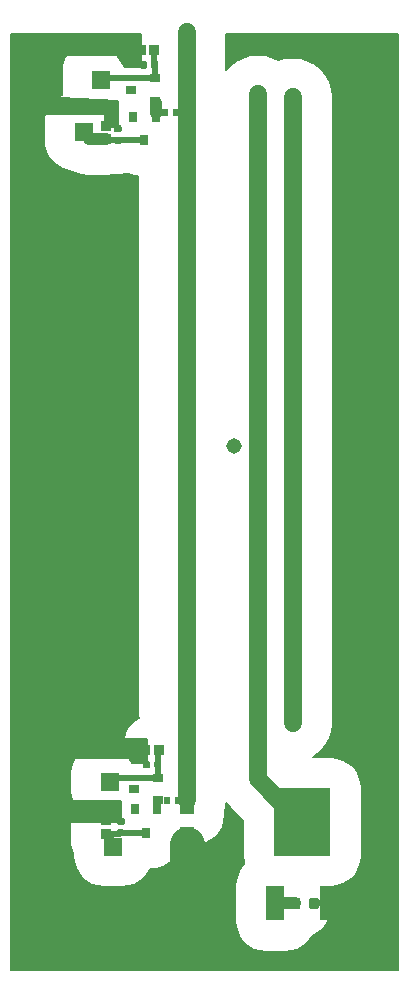
<source format=gbr>
G04 #@! TF.GenerationSoftware,KiCad,Pcbnew,5.1.5+dfsg1-2~bpo9+1*
G04 #@! TF.CreationDate,2020-07-24T13:04:41-04:00*
G04 #@! TF.ProjectId,eppenwolf_bottom,65707065-6e77-46f6-9c66-5f626f74746f,rev?*
G04 #@! TF.SameCoordinates,PX1d905c0PY138ce20*
G04 #@! TF.FileFunction,Copper,L1,Top*
G04 #@! TF.FilePolarity,Positive*
%FSLAX46Y46*%
G04 Gerber Fmt 4.6, Leading zero omitted, Abs format (unit mm)*
G04 Created by KiCad (PCBNEW 5.1.5+dfsg1-2~bpo9+1) date 2020-07-24 13:04:41*
%MOMM*%
%LPD*%
G04 APERTURE LIST*
%ADD10R,0.899160X0.848360*%
%ADD11R,0.848360X0.899160*%
%ADD12R,1.198880X0.797560*%
%ADD13R,4.826000X5.715000*%
%ADD14R,1.597660X2.999740*%
%ADD15R,1.500000X1.500000*%
%ADD16C,0.020000*%
%ADD17R,0.800000X0.900000*%
%ADD18R,0.900000X0.800000*%
%ADD19C,1.310000*%
%ADD20C,1.500000*%
%ADD21C,0.250000*%
%ADD22C,3.000000*%
%ADD23C,0.500000*%
%ADD24C,1.000000*%
%ADD25C,0.200000*%
G04 APERTURE END LIST*
D10*
X8150000Y-66720880D03*
X8150000Y-67879120D03*
D11*
X11470880Y-60750000D03*
X12629120Y-60750000D03*
D10*
X8150000Y-7900000D03*
X8150000Y-9058240D03*
D11*
X11070880Y-1499999D03*
X12229120Y-1499999D03*
D12*
X15000000Y-65850840D03*
X15000000Y-67649160D03*
D13*
X24778380Y-66853900D03*
D14*
X27056760Y-73750000D03*
X22500000Y-73750000D03*
D15*
X8750000Y-69000000D03*
X8500000Y-63500000D03*
X6250000Y-8400000D03*
X7750000Y-4000000D03*
G04 #@! TA.AperFunction,SMDPad,CuDef*
D16*
G36*
X14246958Y-6480710D02*
G01*
X14261276Y-6482834D01*
X14275317Y-6486351D01*
X14288946Y-6491228D01*
X14302031Y-6497417D01*
X14314447Y-6504858D01*
X14326073Y-6513481D01*
X14336798Y-6523202D01*
X14346519Y-6533927D01*
X14355142Y-6545553D01*
X14362583Y-6557969D01*
X14368772Y-6571054D01*
X14373649Y-6584683D01*
X14377166Y-6598724D01*
X14379290Y-6613042D01*
X14380000Y-6627500D01*
X14380000Y-6972500D01*
X14379290Y-6986958D01*
X14377166Y-7001276D01*
X14373649Y-7015317D01*
X14368772Y-7028946D01*
X14362583Y-7042031D01*
X14355142Y-7054447D01*
X14346519Y-7066073D01*
X14336798Y-7076798D01*
X14326073Y-7086519D01*
X14314447Y-7095142D01*
X14302031Y-7102583D01*
X14288946Y-7108772D01*
X14275317Y-7113649D01*
X14261276Y-7117166D01*
X14246958Y-7119290D01*
X14232500Y-7120000D01*
X13937500Y-7120000D01*
X13923042Y-7119290D01*
X13908724Y-7117166D01*
X13894683Y-7113649D01*
X13881054Y-7108772D01*
X13867969Y-7102583D01*
X13855553Y-7095142D01*
X13843927Y-7086519D01*
X13833202Y-7076798D01*
X13823481Y-7066073D01*
X13814858Y-7054447D01*
X13807417Y-7042031D01*
X13801228Y-7028946D01*
X13796351Y-7015317D01*
X13792834Y-7001276D01*
X13790710Y-6986958D01*
X13790000Y-6972500D01*
X13790000Y-6627500D01*
X13790710Y-6613042D01*
X13792834Y-6598724D01*
X13796351Y-6584683D01*
X13801228Y-6571054D01*
X13807417Y-6557969D01*
X13814858Y-6545553D01*
X13823481Y-6533927D01*
X13833202Y-6523202D01*
X13843927Y-6513481D01*
X13855553Y-6504858D01*
X13867969Y-6497417D01*
X13881054Y-6491228D01*
X13894683Y-6486351D01*
X13908724Y-6482834D01*
X13923042Y-6480710D01*
X13937500Y-6480000D01*
X14232500Y-6480000D01*
X14246958Y-6480710D01*
G37*
G04 #@! TD.AperFunction*
G04 #@! TA.AperFunction,SMDPad,CuDef*
G36*
X13276958Y-6480710D02*
G01*
X13291276Y-6482834D01*
X13305317Y-6486351D01*
X13318946Y-6491228D01*
X13332031Y-6497417D01*
X13344447Y-6504858D01*
X13356073Y-6513481D01*
X13366798Y-6523202D01*
X13376519Y-6533927D01*
X13385142Y-6545553D01*
X13392583Y-6557969D01*
X13398772Y-6571054D01*
X13403649Y-6584683D01*
X13407166Y-6598724D01*
X13409290Y-6613042D01*
X13410000Y-6627500D01*
X13410000Y-6972500D01*
X13409290Y-6986958D01*
X13407166Y-7001276D01*
X13403649Y-7015317D01*
X13398772Y-7028946D01*
X13392583Y-7042031D01*
X13385142Y-7054447D01*
X13376519Y-7066073D01*
X13366798Y-7076798D01*
X13356073Y-7086519D01*
X13344447Y-7095142D01*
X13332031Y-7102583D01*
X13318946Y-7108772D01*
X13305317Y-7113649D01*
X13291276Y-7117166D01*
X13276958Y-7119290D01*
X13262500Y-7120000D01*
X12967500Y-7120000D01*
X12953042Y-7119290D01*
X12938724Y-7117166D01*
X12924683Y-7113649D01*
X12911054Y-7108772D01*
X12897969Y-7102583D01*
X12885553Y-7095142D01*
X12873927Y-7086519D01*
X12863202Y-7076798D01*
X12853481Y-7066073D01*
X12844858Y-7054447D01*
X12837417Y-7042031D01*
X12831228Y-7028946D01*
X12826351Y-7015317D01*
X12822834Y-7001276D01*
X12820710Y-6986958D01*
X12820000Y-6972500D01*
X12820000Y-6627500D01*
X12820710Y-6613042D01*
X12822834Y-6598724D01*
X12826351Y-6584683D01*
X12831228Y-6571054D01*
X12837417Y-6557969D01*
X12844858Y-6545553D01*
X12853481Y-6533927D01*
X12863202Y-6523202D01*
X12873927Y-6513481D01*
X12885553Y-6504858D01*
X12897969Y-6497417D01*
X12911054Y-6491228D01*
X12924683Y-6486351D01*
X12938724Y-6482834D01*
X12953042Y-6480710D01*
X12967500Y-6480000D01*
X13262500Y-6480000D01*
X13276958Y-6480710D01*
G37*
G04 #@! TD.AperFunction*
G04 #@! TA.AperFunction,SMDPad,CuDef*
G36*
X9586958Y-67490710D02*
G01*
X9601276Y-67492834D01*
X9615317Y-67496351D01*
X9628946Y-67501228D01*
X9642031Y-67507417D01*
X9654447Y-67514858D01*
X9666073Y-67523481D01*
X9676798Y-67533202D01*
X9686519Y-67543927D01*
X9695142Y-67555553D01*
X9702583Y-67567969D01*
X9708772Y-67581054D01*
X9713649Y-67594683D01*
X9717166Y-67608724D01*
X9719290Y-67623042D01*
X9720000Y-67637500D01*
X9720000Y-67932500D01*
X9719290Y-67946958D01*
X9717166Y-67961276D01*
X9713649Y-67975317D01*
X9708772Y-67988946D01*
X9702583Y-68002031D01*
X9695142Y-68014447D01*
X9686519Y-68026073D01*
X9676798Y-68036798D01*
X9666073Y-68046519D01*
X9654447Y-68055142D01*
X9642031Y-68062583D01*
X9628946Y-68068772D01*
X9615317Y-68073649D01*
X9601276Y-68077166D01*
X9586958Y-68079290D01*
X9572500Y-68080000D01*
X9227500Y-68080000D01*
X9213042Y-68079290D01*
X9198724Y-68077166D01*
X9184683Y-68073649D01*
X9171054Y-68068772D01*
X9157969Y-68062583D01*
X9145553Y-68055142D01*
X9133927Y-68046519D01*
X9123202Y-68036798D01*
X9113481Y-68026073D01*
X9104858Y-68014447D01*
X9097417Y-68002031D01*
X9091228Y-67988946D01*
X9086351Y-67975317D01*
X9082834Y-67961276D01*
X9080710Y-67946958D01*
X9080000Y-67932500D01*
X9080000Y-67637500D01*
X9080710Y-67623042D01*
X9082834Y-67608724D01*
X9086351Y-67594683D01*
X9091228Y-67581054D01*
X9097417Y-67567969D01*
X9104858Y-67555553D01*
X9113481Y-67543927D01*
X9123202Y-67533202D01*
X9133927Y-67523481D01*
X9145553Y-67514858D01*
X9157969Y-67507417D01*
X9171054Y-67501228D01*
X9184683Y-67496351D01*
X9198724Y-67492834D01*
X9213042Y-67490710D01*
X9227500Y-67490000D01*
X9572500Y-67490000D01*
X9586958Y-67490710D01*
G37*
G04 #@! TD.AperFunction*
G04 #@! TA.AperFunction,SMDPad,CuDef*
G36*
X9586958Y-66520710D02*
G01*
X9601276Y-66522834D01*
X9615317Y-66526351D01*
X9628946Y-66531228D01*
X9642031Y-66537417D01*
X9654447Y-66544858D01*
X9666073Y-66553481D01*
X9676798Y-66563202D01*
X9686519Y-66573927D01*
X9695142Y-66585553D01*
X9702583Y-66597969D01*
X9708772Y-66611054D01*
X9713649Y-66624683D01*
X9717166Y-66638724D01*
X9719290Y-66653042D01*
X9720000Y-66667500D01*
X9720000Y-66962500D01*
X9719290Y-66976958D01*
X9717166Y-66991276D01*
X9713649Y-67005317D01*
X9708772Y-67018946D01*
X9702583Y-67032031D01*
X9695142Y-67044447D01*
X9686519Y-67056073D01*
X9676798Y-67066798D01*
X9666073Y-67076519D01*
X9654447Y-67085142D01*
X9642031Y-67092583D01*
X9628946Y-67098772D01*
X9615317Y-67103649D01*
X9601276Y-67107166D01*
X9586958Y-67109290D01*
X9572500Y-67110000D01*
X9227500Y-67110000D01*
X9213042Y-67109290D01*
X9198724Y-67107166D01*
X9184683Y-67103649D01*
X9171054Y-67098772D01*
X9157969Y-67092583D01*
X9145553Y-67085142D01*
X9133927Y-67076519D01*
X9123202Y-67066798D01*
X9113481Y-67056073D01*
X9104858Y-67044447D01*
X9097417Y-67032031D01*
X9091228Y-67018946D01*
X9086351Y-67005317D01*
X9082834Y-66991276D01*
X9080710Y-66976958D01*
X9080000Y-66962500D01*
X9080000Y-66667500D01*
X9080710Y-66653042D01*
X9082834Y-66638724D01*
X9086351Y-66624683D01*
X9091228Y-66611054D01*
X9097417Y-66597969D01*
X9104858Y-66585553D01*
X9113481Y-66573927D01*
X9123202Y-66563202D01*
X9133927Y-66553481D01*
X9145553Y-66544858D01*
X9157969Y-66537417D01*
X9171054Y-66531228D01*
X9184683Y-66526351D01*
X9198724Y-66522834D01*
X9213042Y-66520710D01*
X9227500Y-66520000D01*
X9572500Y-66520000D01*
X9586958Y-66520710D01*
G37*
G04 #@! TD.AperFunction*
G04 #@! TA.AperFunction,SMDPad,CuDef*
G36*
X12696959Y-61680710D02*
G01*
X12711277Y-61682834D01*
X12725318Y-61686351D01*
X12738947Y-61691228D01*
X12752032Y-61697417D01*
X12764448Y-61704858D01*
X12776074Y-61713481D01*
X12786799Y-61723202D01*
X12796520Y-61733927D01*
X12805143Y-61745553D01*
X12812584Y-61757969D01*
X12818773Y-61771054D01*
X12823650Y-61784683D01*
X12827167Y-61798724D01*
X12829291Y-61813042D01*
X12830001Y-61827500D01*
X12830001Y-62172500D01*
X12829291Y-62186958D01*
X12827167Y-62201276D01*
X12823650Y-62215317D01*
X12818773Y-62228946D01*
X12812584Y-62242031D01*
X12805143Y-62254447D01*
X12796520Y-62266073D01*
X12786799Y-62276798D01*
X12776074Y-62286519D01*
X12764448Y-62295142D01*
X12752032Y-62302583D01*
X12738947Y-62308772D01*
X12725318Y-62313649D01*
X12711277Y-62317166D01*
X12696959Y-62319290D01*
X12682501Y-62320000D01*
X12387501Y-62320000D01*
X12373043Y-62319290D01*
X12358725Y-62317166D01*
X12344684Y-62313649D01*
X12331055Y-62308772D01*
X12317970Y-62302583D01*
X12305554Y-62295142D01*
X12293928Y-62286519D01*
X12283203Y-62276798D01*
X12273482Y-62266073D01*
X12264859Y-62254447D01*
X12257418Y-62242031D01*
X12251229Y-62228946D01*
X12246352Y-62215317D01*
X12242835Y-62201276D01*
X12240711Y-62186958D01*
X12240001Y-62172500D01*
X12240001Y-61827500D01*
X12240711Y-61813042D01*
X12242835Y-61798724D01*
X12246352Y-61784683D01*
X12251229Y-61771054D01*
X12257418Y-61757969D01*
X12264859Y-61745553D01*
X12273482Y-61733927D01*
X12283203Y-61723202D01*
X12293928Y-61713481D01*
X12305554Y-61704858D01*
X12317970Y-61697417D01*
X12331055Y-61691228D01*
X12344684Y-61686351D01*
X12358725Y-61682834D01*
X12373043Y-61680710D01*
X12387501Y-61680000D01*
X12682501Y-61680000D01*
X12696959Y-61680710D01*
G37*
G04 #@! TD.AperFunction*
G04 #@! TA.AperFunction,SMDPad,CuDef*
G36*
X11726959Y-61680710D02*
G01*
X11741277Y-61682834D01*
X11755318Y-61686351D01*
X11768947Y-61691228D01*
X11782032Y-61697417D01*
X11794448Y-61704858D01*
X11806074Y-61713481D01*
X11816799Y-61723202D01*
X11826520Y-61733927D01*
X11835143Y-61745553D01*
X11842584Y-61757969D01*
X11848773Y-61771054D01*
X11853650Y-61784683D01*
X11857167Y-61798724D01*
X11859291Y-61813042D01*
X11860001Y-61827500D01*
X11860001Y-62172500D01*
X11859291Y-62186958D01*
X11857167Y-62201276D01*
X11853650Y-62215317D01*
X11848773Y-62228946D01*
X11842584Y-62242031D01*
X11835143Y-62254447D01*
X11826520Y-62266073D01*
X11816799Y-62276798D01*
X11806074Y-62286519D01*
X11794448Y-62295142D01*
X11782032Y-62302583D01*
X11768947Y-62308772D01*
X11755318Y-62313649D01*
X11741277Y-62317166D01*
X11726959Y-62319290D01*
X11712501Y-62320000D01*
X11417501Y-62320000D01*
X11403043Y-62319290D01*
X11388725Y-62317166D01*
X11374684Y-62313649D01*
X11361055Y-62308772D01*
X11347970Y-62302583D01*
X11335554Y-62295142D01*
X11323928Y-62286519D01*
X11313203Y-62276798D01*
X11303482Y-62266073D01*
X11294859Y-62254447D01*
X11287418Y-62242031D01*
X11281229Y-62228946D01*
X11276352Y-62215317D01*
X11272835Y-62201276D01*
X11270711Y-62186958D01*
X11270001Y-62172500D01*
X11270001Y-61827500D01*
X11270711Y-61813042D01*
X11272835Y-61798724D01*
X11276352Y-61784683D01*
X11281229Y-61771054D01*
X11287418Y-61757969D01*
X11294859Y-61745553D01*
X11303482Y-61733927D01*
X11313203Y-61723202D01*
X11323928Y-61713481D01*
X11335554Y-61704858D01*
X11347970Y-61697417D01*
X11361055Y-61691228D01*
X11374684Y-61686351D01*
X11388725Y-61682834D01*
X11403043Y-61680710D01*
X11417501Y-61680000D01*
X11712501Y-61680000D01*
X11726959Y-61680710D01*
G37*
G04 #@! TD.AperFunction*
G04 #@! TA.AperFunction,SMDPad,CuDef*
G36*
X9336957Y-8840710D02*
G01*
X9351275Y-8842834D01*
X9365316Y-8846351D01*
X9378945Y-8851228D01*
X9392030Y-8857417D01*
X9404446Y-8864858D01*
X9416072Y-8873481D01*
X9426797Y-8883202D01*
X9436518Y-8893927D01*
X9445141Y-8905553D01*
X9452582Y-8917969D01*
X9458771Y-8931054D01*
X9463648Y-8944683D01*
X9467165Y-8958724D01*
X9469289Y-8973042D01*
X9469999Y-8987500D01*
X9469999Y-9282500D01*
X9469289Y-9296958D01*
X9467165Y-9311276D01*
X9463648Y-9325317D01*
X9458771Y-9338946D01*
X9452582Y-9352031D01*
X9445141Y-9364447D01*
X9436518Y-9376073D01*
X9426797Y-9386798D01*
X9416072Y-9396519D01*
X9404446Y-9405142D01*
X9392030Y-9412583D01*
X9378945Y-9418772D01*
X9365316Y-9423649D01*
X9351275Y-9427166D01*
X9336957Y-9429290D01*
X9322499Y-9430000D01*
X8977499Y-9430000D01*
X8963041Y-9429290D01*
X8948723Y-9427166D01*
X8934682Y-9423649D01*
X8921053Y-9418772D01*
X8907968Y-9412583D01*
X8895552Y-9405142D01*
X8883926Y-9396519D01*
X8873201Y-9386798D01*
X8863480Y-9376073D01*
X8854857Y-9364447D01*
X8847416Y-9352031D01*
X8841227Y-9338946D01*
X8836350Y-9325317D01*
X8832833Y-9311276D01*
X8830709Y-9296958D01*
X8829999Y-9282500D01*
X8829999Y-8987500D01*
X8830709Y-8973042D01*
X8832833Y-8958724D01*
X8836350Y-8944683D01*
X8841227Y-8931054D01*
X8847416Y-8917969D01*
X8854857Y-8905553D01*
X8863480Y-8893927D01*
X8873201Y-8883202D01*
X8883926Y-8873481D01*
X8895552Y-8864858D01*
X8907968Y-8857417D01*
X8921053Y-8851228D01*
X8934682Y-8846351D01*
X8948723Y-8842834D01*
X8963041Y-8840710D01*
X8977499Y-8840000D01*
X9322499Y-8840000D01*
X9336957Y-8840710D01*
G37*
G04 #@! TD.AperFunction*
G04 #@! TA.AperFunction,SMDPad,CuDef*
G36*
X9336957Y-7870710D02*
G01*
X9351275Y-7872834D01*
X9365316Y-7876351D01*
X9378945Y-7881228D01*
X9392030Y-7887417D01*
X9404446Y-7894858D01*
X9416072Y-7903481D01*
X9426797Y-7913202D01*
X9436518Y-7923927D01*
X9445141Y-7935553D01*
X9452582Y-7947969D01*
X9458771Y-7961054D01*
X9463648Y-7974683D01*
X9467165Y-7988724D01*
X9469289Y-8003042D01*
X9469999Y-8017500D01*
X9469999Y-8312500D01*
X9469289Y-8326958D01*
X9467165Y-8341276D01*
X9463648Y-8355317D01*
X9458771Y-8368946D01*
X9452582Y-8382031D01*
X9445141Y-8394447D01*
X9436518Y-8406073D01*
X9426797Y-8416798D01*
X9416072Y-8426519D01*
X9404446Y-8435142D01*
X9392030Y-8442583D01*
X9378945Y-8448772D01*
X9365316Y-8453649D01*
X9351275Y-8457166D01*
X9336957Y-8459290D01*
X9322499Y-8460000D01*
X8977499Y-8460000D01*
X8963041Y-8459290D01*
X8948723Y-8457166D01*
X8934682Y-8453649D01*
X8921053Y-8448772D01*
X8907968Y-8442583D01*
X8895552Y-8435142D01*
X8883926Y-8426519D01*
X8873201Y-8416798D01*
X8863480Y-8406073D01*
X8854857Y-8394447D01*
X8847416Y-8382031D01*
X8841227Y-8368946D01*
X8836350Y-8355317D01*
X8832833Y-8341276D01*
X8830709Y-8326958D01*
X8829999Y-8312500D01*
X8829999Y-8017500D01*
X8830709Y-8003042D01*
X8832833Y-7988724D01*
X8836350Y-7974683D01*
X8841227Y-7961054D01*
X8847416Y-7947969D01*
X8854857Y-7935553D01*
X8863480Y-7923927D01*
X8873201Y-7913202D01*
X8883926Y-7903481D01*
X8895552Y-7894858D01*
X8907968Y-7887417D01*
X8921053Y-7881228D01*
X8934682Y-7876351D01*
X8948723Y-7872834D01*
X8963041Y-7870710D01*
X8977499Y-7870000D01*
X9322499Y-7870000D01*
X9336957Y-7870710D01*
G37*
G04 #@! TD.AperFunction*
G04 #@! TA.AperFunction,SMDPad,CuDef*
G36*
X12446958Y-2430710D02*
G01*
X12461276Y-2432834D01*
X12475317Y-2436351D01*
X12488946Y-2441228D01*
X12502031Y-2447417D01*
X12514447Y-2454858D01*
X12526073Y-2463481D01*
X12536798Y-2473202D01*
X12546519Y-2483927D01*
X12555142Y-2495553D01*
X12562583Y-2507969D01*
X12568772Y-2521054D01*
X12573649Y-2534683D01*
X12577166Y-2548724D01*
X12579290Y-2563042D01*
X12580000Y-2577500D01*
X12580000Y-2922500D01*
X12579290Y-2936958D01*
X12577166Y-2951276D01*
X12573649Y-2965317D01*
X12568772Y-2978946D01*
X12562583Y-2992031D01*
X12555142Y-3004447D01*
X12546519Y-3016073D01*
X12536798Y-3026798D01*
X12526073Y-3036519D01*
X12514447Y-3045142D01*
X12502031Y-3052583D01*
X12488946Y-3058772D01*
X12475317Y-3063649D01*
X12461276Y-3067166D01*
X12446958Y-3069290D01*
X12432500Y-3070000D01*
X12137500Y-3070000D01*
X12123042Y-3069290D01*
X12108724Y-3067166D01*
X12094683Y-3063649D01*
X12081054Y-3058772D01*
X12067969Y-3052583D01*
X12055553Y-3045142D01*
X12043927Y-3036519D01*
X12033202Y-3026798D01*
X12023481Y-3016073D01*
X12014858Y-3004447D01*
X12007417Y-2992031D01*
X12001228Y-2978946D01*
X11996351Y-2965317D01*
X11992834Y-2951276D01*
X11990710Y-2936958D01*
X11990000Y-2922500D01*
X11990000Y-2577500D01*
X11990710Y-2563042D01*
X11992834Y-2548724D01*
X11996351Y-2534683D01*
X12001228Y-2521054D01*
X12007417Y-2507969D01*
X12014858Y-2495553D01*
X12023481Y-2483927D01*
X12033202Y-2473202D01*
X12043927Y-2463481D01*
X12055553Y-2454858D01*
X12067969Y-2447417D01*
X12081054Y-2441228D01*
X12094683Y-2436351D01*
X12108724Y-2432834D01*
X12123042Y-2430710D01*
X12137500Y-2430000D01*
X12432500Y-2430000D01*
X12446958Y-2430710D01*
G37*
G04 #@! TD.AperFunction*
G04 #@! TA.AperFunction,SMDPad,CuDef*
G36*
X11476958Y-2430710D02*
G01*
X11491276Y-2432834D01*
X11505317Y-2436351D01*
X11518946Y-2441228D01*
X11532031Y-2447417D01*
X11544447Y-2454858D01*
X11556073Y-2463481D01*
X11566798Y-2473202D01*
X11576519Y-2483927D01*
X11585142Y-2495553D01*
X11592583Y-2507969D01*
X11598772Y-2521054D01*
X11603649Y-2534683D01*
X11607166Y-2548724D01*
X11609290Y-2563042D01*
X11610000Y-2577500D01*
X11610000Y-2922500D01*
X11609290Y-2936958D01*
X11607166Y-2951276D01*
X11603649Y-2965317D01*
X11598772Y-2978946D01*
X11592583Y-2992031D01*
X11585142Y-3004447D01*
X11576519Y-3016073D01*
X11566798Y-3026798D01*
X11556073Y-3036519D01*
X11544447Y-3045142D01*
X11532031Y-3052583D01*
X11518946Y-3058772D01*
X11505317Y-3063649D01*
X11491276Y-3067166D01*
X11476958Y-3069290D01*
X11462500Y-3070000D01*
X11167500Y-3070000D01*
X11153042Y-3069290D01*
X11138724Y-3067166D01*
X11124683Y-3063649D01*
X11111054Y-3058772D01*
X11097969Y-3052583D01*
X11085553Y-3045142D01*
X11073927Y-3036519D01*
X11063202Y-3026798D01*
X11053481Y-3016073D01*
X11044858Y-3004447D01*
X11037417Y-2992031D01*
X11031228Y-2978946D01*
X11026351Y-2965317D01*
X11022834Y-2951276D01*
X11020710Y-2936958D01*
X11020000Y-2922500D01*
X11020000Y-2577500D01*
X11020710Y-2563042D01*
X11022834Y-2548724D01*
X11026351Y-2534683D01*
X11031228Y-2521054D01*
X11037417Y-2507969D01*
X11044858Y-2495553D01*
X11053481Y-2483927D01*
X11063202Y-2473202D01*
X11073927Y-2463481D01*
X11085553Y-2454858D01*
X11097969Y-2447417D01*
X11111054Y-2441228D01*
X11124683Y-2436351D01*
X11138724Y-2432834D01*
X11153042Y-2430710D01*
X11167500Y-2430000D01*
X11462500Y-2430000D01*
X11476958Y-2430710D01*
G37*
G04 #@! TD.AperFunction*
G04 #@! TA.AperFunction,SMDPad,CuDef*
G36*
X13476958Y-64730710D02*
G01*
X13491276Y-64732834D01*
X13505317Y-64736351D01*
X13518946Y-64741228D01*
X13532031Y-64747417D01*
X13544447Y-64754858D01*
X13556073Y-64763481D01*
X13566798Y-64773202D01*
X13576519Y-64783927D01*
X13585142Y-64795553D01*
X13592583Y-64807969D01*
X13598772Y-64821054D01*
X13603649Y-64834683D01*
X13607166Y-64848724D01*
X13609290Y-64863042D01*
X13610000Y-64877500D01*
X13610000Y-65222500D01*
X13609290Y-65236958D01*
X13607166Y-65251276D01*
X13603649Y-65265317D01*
X13598772Y-65278946D01*
X13592583Y-65292031D01*
X13585142Y-65304447D01*
X13576519Y-65316073D01*
X13566798Y-65326798D01*
X13556073Y-65336519D01*
X13544447Y-65345142D01*
X13532031Y-65352583D01*
X13518946Y-65358772D01*
X13505317Y-65363649D01*
X13491276Y-65367166D01*
X13476958Y-65369290D01*
X13462500Y-65370000D01*
X13167500Y-65370000D01*
X13153042Y-65369290D01*
X13138724Y-65367166D01*
X13124683Y-65363649D01*
X13111054Y-65358772D01*
X13097969Y-65352583D01*
X13085553Y-65345142D01*
X13073927Y-65336519D01*
X13063202Y-65326798D01*
X13053481Y-65316073D01*
X13044858Y-65304447D01*
X13037417Y-65292031D01*
X13031228Y-65278946D01*
X13026351Y-65265317D01*
X13022834Y-65251276D01*
X13020710Y-65236958D01*
X13020000Y-65222500D01*
X13020000Y-64877500D01*
X13020710Y-64863042D01*
X13022834Y-64848724D01*
X13026351Y-64834683D01*
X13031228Y-64821054D01*
X13037417Y-64807969D01*
X13044858Y-64795553D01*
X13053481Y-64783927D01*
X13063202Y-64773202D01*
X13073927Y-64763481D01*
X13085553Y-64754858D01*
X13097969Y-64747417D01*
X13111054Y-64741228D01*
X13124683Y-64736351D01*
X13138724Y-64732834D01*
X13153042Y-64730710D01*
X13167500Y-64730000D01*
X13462500Y-64730000D01*
X13476958Y-64730710D01*
G37*
G04 #@! TD.AperFunction*
G04 #@! TA.AperFunction,SMDPad,CuDef*
G36*
X14446958Y-64730710D02*
G01*
X14461276Y-64732834D01*
X14475317Y-64736351D01*
X14488946Y-64741228D01*
X14502031Y-64747417D01*
X14514447Y-64754858D01*
X14526073Y-64763481D01*
X14536798Y-64773202D01*
X14546519Y-64783927D01*
X14555142Y-64795553D01*
X14562583Y-64807969D01*
X14568772Y-64821054D01*
X14573649Y-64834683D01*
X14577166Y-64848724D01*
X14579290Y-64863042D01*
X14580000Y-64877500D01*
X14580000Y-65222500D01*
X14579290Y-65236958D01*
X14577166Y-65251276D01*
X14573649Y-65265317D01*
X14568772Y-65278946D01*
X14562583Y-65292031D01*
X14555142Y-65304447D01*
X14546519Y-65316073D01*
X14536798Y-65326798D01*
X14526073Y-65336519D01*
X14514447Y-65345142D01*
X14502031Y-65352583D01*
X14488946Y-65358772D01*
X14475317Y-65363649D01*
X14461276Y-65367166D01*
X14446958Y-65369290D01*
X14432500Y-65370000D01*
X14137500Y-65370000D01*
X14123042Y-65369290D01*
X14108724Y-65367166D01*
X14094683Y-65363649D01*
X14081054Y-65358772D01*
X14067969Y-65352583D01*
X14055553Y-65345142D01*
X14043927Y-65336519D01*
X14033202Y-65326798D01*
X14023481Y-65316073D01*
X14014858Y-65304447D01*
X14007417Y-65292031D01*
X14001228Y-65278946D01*
X13996351Y-65265317D01*
X13992834Y-65251276D01*
X13990710Y-65236958D01*
X13990000Y-65222500D01*
X13990000Y-64877500D01*
X13990710Y-64863042D01*
X13992834Y-64848724D01*
X13996351Y-64834683D01*
X14001228Y-64821054D01*
X14007417Y-64807969D01*
X14014858Y-64795553D01*
X14023481Y-64783927D01*
X14033202Y-64773202D01*
X14043927Y-64763481D01*
X14055553Y-64754858D01*
X14067969Y-64747417D01*
X14081054Y-64741228D01*
X14094683Y-64736351D01*
X14108724Y-64732834D01*
X14123042Y-64730710D01*
X14137500Y-64730000D01*
X14432500Y-64730000D01*
X14446958Y-64730710D01*
G37*
G04 #@! TD.AperFunction*
D17*
X11550000Y-67800000D03*
X10600000Y-65800000D03*
X12500000Y-65800000D03*
G04 #@! TA.AperFunction,SMDPad,CuDef*
D16*
G36*
X24415191Y-73276053D02*
G01*
X24436426Y-73279203D01*
X24457250Y-73284419D01*
X24477462Y-73291651D01*
X24496868Y-73300830D01*
X24515281Y-73311866D01*
X24532524Y-73324654D01*
X24548430Y-73339070D01*
X24562846Y-73354976D01*
X24575634Y-73372219D01*
X24586670Y-73390632D01*
X24595849Y-73410038D01*
X24603081Y-73430250D01*
X24608297Y-73451074D01*
X24611447Y-73472309D01*
X24612500Y-73493750D01*
X24612500Y-74006250D01*
X24611447Y-74027691D01*
X24608297Y-74048926D01*
X24603081Y-74069750D01*
X24595849Y-74089962D01*
X24586670Y-74109368D01*
X24575634Y-74127781D01*
X24562846Y-74145024D01*
X24548430Y-74160930D01*
X24532524Y-74175346D01*
X24515281Y-74188134D01*
X24496868Y-74199170D01*
X24477462Y-74208349D01*
X24457250Y-74215581D01*
X24436426Y-74220797D01*
X24415191Y-74223947D01*
X24393750Y-74225000D01*
X23956250Y-74225000D01*
X23934809Y-74223947D01*
X23913574Y-74220797D01*
X23892750Y-74215581D01*
X23872538Y-74208349D01*
X23853132Y-74199170D01*
X23834719Y-74188134D01*
X23817476Y-74175346D01*
X23801570Y-74160930D01*
X23787154Y-74145024D01*
X23774366Y-74127781D01*
X23763330Y-74109368D01*
X23754151Y-74089962D01*
X23746919Y-74069750D01*
X23741703Y-74048926D01*
X23738553Y-74027691D01*
X23737500Y-74006250D01*
X23737500Y-73493750D01*
X23738553Y-73472309D01*
X23741703Y-73451074D01*
X23746919Y-73430250D01*
X23754151Y-73410038D01*
X23763330Y-73390632D01*
X23774366Y-73372219D01*
X23787154Y-73354976D01*
X23801570Y-73339070D01*
X23817476Y-73324654D01*
X23834719Y-73311866D01*
X23853132Y-73300830D01*
X23872538Y-73291651D01*
X23892750Y-73284419D01*
X23913574Y-73279203D01*
X23934809Y-73276053D01*
X23956250Y-73275000D01*
X24393750Y-73275000D01*
X24415191Y-73276053D01*
G37*
G04 #@! TD.AperFunction*
G04 #@! TA.AperFunction,SMDPad,CuDef*
G36*
X25990191Y-73276053D02*
G01*
X26011426Y-73279203D01*
X26032250Y-73284419D01*
X26052462Y-73291651D01*
X26071868Y-73300830D01*
X26090281Y-73311866D01*
X26107524Y-73324654D01*
X26123430Y-73339070D01*
X26137846Y-73354976D01*
X26150634Y-73372219D01*
X26161670Y-73390632D01*
X26170849Y-73410038D01*
X26178081Y-73430250D01*
X26183297Y-73451074D01*
X26186447Y-73472309D01*
X26187500Y-73493750D01*
X26187500Y-74006250D01*
X26186447Y-74027691D01*
X26183297Y-74048926D01*
X26178081Y-74069750D01*
X26170849Y-74089962D01*
X26161670Y-74109368D01*
X26150634Y-74127781D01*
X26137846Y-74145024D01*
X26123430Y-74160930D01*
X26107524Y-74175346D01*
X26090281Y-74188134D01*
X26071868Y-74199170D01*
X26052462Y-74208349D01*
X26032250Y-74215581D01*
X26011426Y-74220797D01*
X25990191Y-74223947D01*
X25968750Y-74225000D01*
X25531250Y-74225000D01*
X25509809Y-74223947D01*
X25488574Y-74220797D01*
X25467750Y-74215581D01*
X25447538Y-74208349D01*
X25428132Y-74199170D01*
X25409719Y-74188134D01*
X25392476Y-74175346D01*
X25376570Y-74160930D01*
X25362154Y-74145024D01*
X25349366Y-74127781D01*
X25338330Y-74109368D01*
X25329151Y-74089962D01*
X25321919Y-74069750D01*
X25316703Y-74048926D01*
X25313553Y-74027691D01*
X25312500Y-74006250D01*
X25312500Y-73493750D01*
X25313553Y-73472309D01*
X25316703Y-73451074D01*
X25321919Y-73430250D01*
X25329151Y-73410038D01*
X25338330Y-73390632D01*
X25349366Y-73372219D01*
X25362154Y-73354976D01*
X25376570Y-73339070D01*
X25392476Y-73324654D01*
X25409719Y-73311866D01*
X25428132Y-73300830D01*
X25447538Y-73291651D01*
X25467750Y-73284419D01*
X25488574Y-73279203D01*
X25509809Y-73276053D01*
X25531250Y-73275000D01*
X25968750Y-73275000D01*
X25990191Y-73276053D01*
G37*
G04 #@! TD.AperFunction*
D18*
X10550000Y-64050000D03*
X12550000Y-63100000D03*
X12550000Y-65000000D03*
D17*
X11400000Y-9150000D03*
X10450000Y-7150000D03*
X12350000Y-7150000D03*
D18*
X10300000Y-4850000D03*
X12300000Y-3900000D03*
X12300000Y-5800000D03*
D19*
X19000000Y-35000000D03*
D20*
X24000000Y-5500000D02*
X24000000Y-58500000D01*
D21*
X29000000Y-55000000D02*
X29000000Y-46000000D01*
X8150000Y-66720880D02*
X7450420Y-66720880D01*
X4000000Y-70171300D02*
X4000000Y-71000000D01*
D22*
X15000001Y-68750000D02*
X15000000Y-75600840D01*
D23*
X25750000Y-73750000D02*
X27056760Y-73750000D01*
X25750000Y-73750000D02*
X30250000Y-73750000D01*
D24*
X22500000Y-73750000D02*
X24175000Y-73750000D01*
D21*
X12200000Y-4000000D02*
X12300000Y-3900000D01*
X7850000Y-3900000D02*
X7750000Y-4000000D01*
D23*
X12300000Y-3900000D02*
X7850000Y-3900000D01*
X12300000Y-2765000D02*
X12285000Y-2750000D01*
X12300000Y-3900000D02*
X12300000Y-2765000D01*
X12229120Y-2694120D02*
X12285000Y-2750000D01*
X12229120Y-1500000D02*
X12229120Y-2694120D01*
D21*
X6691760Y-9058240D02*
X6500000Y-9249999D01*
D24*
X8150000Y-9058240D02*
X6691760Y-9058240D01*
D23*
X9164999Y-9150000D02*
X9149999Y-9135000D01*
X11400000Y-9150000D02*
X9164999Y-9150000D01*
X8226760Y-9135000D02*
X8150000Y-9058240D01*
X9149999Y-9135000D02*
X8226760Y-9135000D01*
D21*
X8900000Y-63100000D02*
X8500000Y-63500000D01*
D23*
X12550000Y-63100001D02*
X8900000Y-63100000D01*
X12550000Y-62015000D02*
X12535000Y-62000001D01*
X12550000Y-63100001D02*
X12550000Y-62015000D01*
X12535000Y-60844120D02*
X12629120Y-60750000D01*
X12535000Y-62000001D02*
X12535000Y-60844120D01*
X8750000Y-68479120D02*
X8150000Y-67879120D01*
X8750000Y-69000000D02*
X8750000Y-68479120D01*
X9305880Y-67879120D02*
X9400000Y-67785000D01*
X8150000Y-67879120D02*
X9305880Y-67879120D01*
X9415000Y-67800000D02*
X9400000Y-67785000D01*
X11550000Y-67800000D02*
X9415000Y-67800000D01*
D20*
X15000000Y-65000000D02*
X15000000Y0D01*
D21*
X12350000Y-6014214D02*
X12607107Y-5757107D01*
D24*
X12350000Y-6800000D02*
X12350000Y-6014214D01*
D23*
X13115000Y-6800000D02*
X12350000Y-6800000D01*
D20*
X21000000Y-63250000D02*
X24603900Y-66853900D01*
X24603900Y-66853900D02*
X24778380Y-66853900D01*
X21000000Y-5250000D02*
X21000000Y-63250000D01*
D25*
G36*
X9242560Y-540730D02*
G01*
X9221757Y-751950D01*
X9009689Y-687620D01*
X8500000Y-637420D01*
X7000000Y-637420D01*
X6490311Y-687620D01*
X6000209Y-836291D01*
X5548528Y-1077719D01*
X5152627Y-1402627D01*
X4827719Y-1798528D01*
X4586291Y-2250209D01*
X4437620Y-2740311D01*
X4387420Y-3250000D01*
X4387420Y-4750000D01*
X4437620Y-5259689D01*
X4440245Y-5268342D01*
X4048528Y-5477719D01*
X3652627Y-5802627D01*
X3327719Y-6198528D01*
X3086291Y-6650209D01*
X2937620Y-7140311D01*
X2887420Y-7650000D01*
X2887420Y-9150000D01*
X2937620Y-9659689D01*
X3086291Y-10149791D01*
X3327719Y-10601472D01*
X3652627Y-10997373D01*
X4048528Y-11322281D01*
X4500209Y-11563709D01*
X4990311Y-11712380D01*
X5101615Y-11723343D01*
X5499701Y-11936124D01*
X6084054Y-12113385D01*
X6539473Y-12158240D01*
X8302287Y-12158240D01*
X8757706Y-12113385D01*
X8923478Y-12063099D01*
X9109269Y-12044800D01*
X9116587Y-12042580D01*
X9322499Y-12042580D01*
X9860964Y-11989546D01*
X9920956Y-11971348D01*
X10000209Y-12013709D01*
X10490311Y-12162380D01*
X10900000Y-12202731D01*
X10900000Y-57999999D01*
X10901921Y-58019508D01*
X10907612Y-58038267D01*
X10910722Y-58044085D01*
X10753468Y-58128139D01*
X10357567Y-58453047D01*
X10032659Y-58848948D01*
X9791231Y-59300629D01*
X9642560Y-59790731D01*
X9604971Y-60172382D01*
X9250000Y-60137420D01*
X7750000Y-60137420D01*
X7240311Y-60187620D01*
X6750209Y-60336291D01*
X6298528Y-60577719D01*
X5902627Y-60902627D01*
X5577719Y-61298528D01*
X5336291Y-61750209D01*
X5187620Y-62240311D01*
X5137420Y-62750000D01*
X5137420Y-64250000D01*
X5187620Y-64759689D01*
X5336291Y-65249791D01*
X5577719Y-65701472D01*
X5676850Y-65822263D01*
X5528139Y-66003468D01*
X5286711Y-66455149D01*
X5138040Y-66945251D01*
X5087840Y-67454940D01*
X5087840Y-68303300D01*
X5138040Y-68812989D01*
X5286711Y-69303091D01*
X5387420Y-69491505D01*
X5387420Y-69750000D01*
X5437620Y-70259689D01*
X5586291Y-70749791D01*
X5827719Y-71201472D01*
X6152627Y-71597373D01*
X6548528Y-71922281D01*
X7000209Y-72163709D01*
X7490311Y-72312380D01*
X8000000Y-72362580D01*
X9500000Y-72362580D01*
X10009689Y-72312380D01*
X10499791Y-72163709D01*
X10951472Y-71922281D01*
X11347373Y-71597373D01*
X11672281Y-71201472D01*
X11853422Y-70862580D01*
X11950000Y-70862580D01*
X12459689Y-70812380D01*
X12949791Y-70663709D01*
X13401472Y-70422281D01*
X13797373Y-70097373D01*
X14122281Y-69701472D01*
X14363709Y-69249791D01*
X14481284Y-68862200D01*
X15599440Y-68862200D01*
X16109129Y-68812000D01*
X16599231Y-68663329D01*
X17050912Y-68421901D01*
X17446813Y-68096993D01*
X17771721Y-67701092D01*
X18013149Y-67249411D01*
X18161820Y-66759309D01*
X18212020Y-66249620D01*
X18212020Y-65951784D01*
X18301528Y-65656715D01*
X18337950Y-65286917D01*
X18619732Y-65630269D01*
X18747564Y-65735178D01*
X19752800Y-66740414D01*
X19752800Y-69711400D01*
X19803000Y-70221089D01*
X19857249Y-70399924D01*
X19853797Y-70402757D01*
X19528889Y-70798658D01*
X19287461Y-71250339D01*
X19138790Y-71740441D01*
X19088590Y-72250130D01*
X19088590Y-75249870D01*
X19138790Y-75759559D01*
X19287461Y-76249661D01*
X19528889Y-76701342D01*
X19853797Y-77097243D01*
X20249698Y-77422151D01*
X20701379Y-77663579D01*
X21191481Y-77812250D01*
X21701170Y-77862450D01*
X23298830Y-77862450D01*
X23808519Y-77812250D01*
X24298621Y-77663579D01*
X24750302Y-77422151D01*
X25146203Y-77097243D01*
X25471111Y-76701342D01*
X25527983Y-76594942D01*
X25966753Y-76360415D01*
X26395803Y-76008303D01*
X26747915Y-75579253D01*
X27009558Y-75089753D01*
X27170677Y-74558615D01*
X27171387Y-74551406D01*
X27230145Y-74357706D01*
X27289999Y-73750000D01*
X27230145Y-73142294D01*
X27171387Y-72948594D01*
X27170677Y-72941385D01*
X27009558Y-72410247D01*
X26963447Y-72323980D01*
X27191380Y-72323980D01*
X27701069Y-72273780D01*
X28191171Y-72125109D01*
X28642852Y-71883681D01*
X29038753Y-71558773D01*
X29363661Y-71162872D01*
X29605089Y-70711191D01*
X29753760Y-70221089D01*
X29803960Y-69711400D01*
X29803960Y-63996400D01*
X29753760Y-63486711D01*
X29605089Y-62996609D01*
X29363661Y-62544928D01*
X29038753Y-62149027D01*
X28642852Y-61824119D01*
X28191171Y-61582691D01*
X27701069Y-61434020D01*
X27191380Y-61383820D01*
X25711292Y-61383820D01*
X25870166Y-61298900D01*
X26380269Y-60880269D01*
X26798900Y-60370166D01*
X27109972Y-59788192D01*
X27301528Y-59156715D01*
X27350000Y-58664572D01*
X27350000Y-5335428D01*
X27301528Y-4843285D01*
X27109972Y-4211808D01*
X26798900Y-3629834D01*
X26380269Y-3119731D01*
X25870165Y-2701100D01*
X25288191Y-2390028D01*
X24656714Y-2198472D01*
X24000000Y-2133791D01*
X23343285Y-2198472D01*
X22739941Y-2381494D01*
X22288191Y-2140028D01*
X21656714Y-1948472D01*
X21000000Y-1883791D01*
X20343285Y-1948472D01*
X19711808Y-2140028D01*
X19129834Y-2451100D01*
X18619731Y-2869731D01*
X18350000Y-3198400D01*
X18350000Y-100000D01*
X32900000Y-100000D01*
X32900000Y-79400000D01*
X100000Y-79400000D01*
X100000Y-100000D01*
X9376254Y-100000D01*
X9242560Y-540730D01*
G37*
X9242560Y-540730D02*
X9221757Y-751950D01*
X9009689Y-687620D01*
X8500000Y-637420D01*
X7000000Y-637420D01*
X6490311Y-687620D01*
X6000209Y-836291D01*
X5548528Y-1077719D01*
X5152627Y-1402627D01*
X4827719Y-1798528D01*
X4586291Y-2250209D01*
X4437620Y-2740311D01*
X4387420Y-3250000D01*
X4387420Y-4750000D01*
X4437620Y-5259689D01*
X4440245Y-5268342D01*
X4048528Y-5477719D01*
X3652627Y-5802627D01*
X3327719Y-6198528D01*
X3086291Y-6650209D01*
X2937620Y-7140311D01*
X2887420Y-7650000D01*
X2887420Y-9150000D01*
X2937620Y-9659689D01*
X3086291Y-10149791D01*
X3327719Y-10601472D01*
X3652627Y-10997373D01*
X4048528Y-11322281D01*
X4500209Y-11563709D01*
X4990311Y-11712380D01*
X5101615Y-11723343D01*
X5499701Y-11936124D01*
X6084054Y-12113385D01*
X6539473Y-12158240D01*
X8302287Y-12158240D01*
X8757706Y-12113385D01*
X8923478Y-12063099D01*
X9109269Y-12044800D01*
X9116587Y-12042580D01*
X9322499Y-12042580D01*
X9860964Y-11989546D01*
X9920956Y-11971348D01*
X10000209Y-12013709D01*
X10490311Y-12162380D01*
X10900000Y-12202731D01*
X10900000Y-57999999D01*
X10901921Y-58019508D01*
X10907612Y-58038267D01*
X10910722Y-58044085D01*
X10753468Y-58128139D01*
X10357567Y-58453047D01*
X10032659Y-58848948D01*
X9791231Y-59300629D01*
X9642560Y-59790731D01*
X9604971Y-60172382D01*
X9250000Y-60137420D01*
X7750000Y-60137420D01*
X7240311Y-60187620D01*
X6750209Y-60336291D01*
X6298528Y-60577719D01*
X5902627Y-60902627D01*
X5577719Y-61298528D01*
X5336291Y-61750209D01*
X5187620Y-62240311D01*
X5137420Y-62750000D01*
X5137420Y-64250000D01*
X5187620Y-64759689D01*
X5336291Y-65249791D01*
X5577719Y-65701472D01*
X5676850Y-65822263D01*
X5528139Y-66003468D01*
X5286711Y-66455149D01*
X5138040Y-66945251D01*
X5087840Y-67454940D01*
X5087840Y-68303300D01*
X5138040Y-68812989D01*
X5286711Y-69303091D01*
X5387420Y-69491505D01*
X5387420Y-69750000D01*
X5437620Y-70259689D01*
X5586291Y-70749791D01*
X5827719Y-71201472D01*
X6152627Y-71597373D01*
X6548528Y-71922281D01*
X7000209Y-72163709D01*
X7490311Y-72312380D01*
X8000000Y-72362580D01*
X9500000Y-72362580D01*
X10009689Y-72312380D01*
X10499791Y-72163709D01*
X10951472Y-71922281D01*
X11347373Y-71597373D01*
X11672281Y-71201472D01*
X11853422Y-70862580D01*
X11950000Y-70862580D01*
X12459689Y-70812380D01*
X12949791Y-70663709D01*
X13401472Y-70422281D01*
X13797373Y-70097373D01*
X14122281Y-69701472D01*
X14363709Y-69249791D01*
X14481284Y-68862200D01*
X15599440Y-68862200D01*
X16109129Y-68812000D01*
X16599231Y-68663329D01*
X17050912Y-68421901D01*
X17446813Y-68096993D01*
X17771721Y-67701092D01*
X18013149Y-67249411D01*
X18161820Y-66759309D01*
X18212020Y-66249620D01*
X18212020Y-65951784D01*
X18301528Y-65656715D01*
X18337950Y-65286917D01*
X18619732Y-65630269D01*
X18747564Y-65735178D01*
X19752800Y-66740414D01*
X19752800Y-69711400D01*
X19803000Y-70221089D01*
X19857249Y-70399924D01*
X19853797Y-70402757D01*
X19528889Y-70798658D01*
X19287461Y-71250339D01*
X19138790Y-71740441D01*
X19088590Y-72250130D01*
X19088590Y-75249870D01*
X19138790Y-75759559D01*
X19287461Y-76249661D01*
X19528889Y-76701342D01*
X19853797Y-77097243D01*
X20249698Y-77422151D01*
X20701379Y-77663579D01*
X21191481Y-77812250D01*
X21701170Y-77862450D01*
X23298830Y-77862450D01*
X23808519Y-77812250D01*
X24298621Y-77663579D01*
X24750302Y-77422151D01*
X25146203Y-77097243D01*
X25471111Y-76701342D01*
X25527983Y-76594942D01*
X25966753Y-76360415D01*
X26395803Y-76008303D01*
X26747915Y-75579253D01*
X27009558Y-75089753D01*
X27170677Y-74558615D01*
X27171387Y-74551406D01*
X27230145Y-74357706D01*
X27289999Y-73750000D01*
X27230145Y-73142294D01*
X27171387Y-72948594D01*
X27170677Y-72941385D01*
X27009558Y-72410247D01*
X26963447Y-72323980D01*
X27191380Y-72323980D01*
X27701069Y-72273780D01*
X28191171Y-72125109D01*
X28642852Y-71883681D01*
X29038753Y-71558773D01*
X29363661Y-71162872D01*
X29605089Y-70711191D01*
X29753760Y-70221089D01*
X29803960Y-69711400D01*
X29803960Y-63996400D01*
X29753760Y-63486711D01*
X29605089Y-62996609D01*
X29363661Y-62544928D01*
X29038753Y-62149027D01*
X28642852Y-61824119D01*
X28191171Y-61582691D01*
X27701069Y-61434020D01*
X27191380Y-61383820D01*
X25711292Y-61383820D01*
X25870166Y-61298900D01*
X26380269Y-60880269D01*
X26798900Y-60370166D01*
X27109972Y-59788192D01*
X27301528Y-59156715D01*
X27350000Y-58664572D01*
X27350000Y-5335428D01*
X27301528Y-4843285D01*
X27109972Y-4211808D01*
X26798900Y-3629834D01*
X26380269Y-3119731D01*
X25870165Y-2701100D01*
X25288191Y-2390028D01*
X24656714Y-2198472D01*
X24000000Y-2133791D01*
X23343285Y-2198472D01*
X22739941Y-2381494D01*
X22288191Y-2140028D01*
X21656714Y-1948472D01*
X21000000Y-1883791D01*
X20343285Y-1948472D01*
X19711808Y-2140028D01*
X19129834Y-2451100D01*
X18619731Y-2869731D01*
X18350000Y-3198400D01*
X18350000Y-100000D01*
X32900000Y-100000D01*
X32900000Y-79400000D01*
X100000Y-79400000D01*
X100000Y-100000D01*
X9376254Y-100000D01*
X9242560Y-540730D01*
G36*
X9400000Y-65100000D02*
G01*
X9400000Y-66900000D01*
X4100000Y-66900000D01*
X4100000Y-65099999D01*
X9400000Y-65100000D01*
G37*
X9400000Y-65100000D02*
X9400000Y-66900000D01*
X4100000Y-66900000D01*
X4100000Y-65099999D01*
X9400000Y-65100000D01*
G36*
X11650001Y-61900000D02*
G01*
X10311804Y-61900001D01*
X10089443Y-61455279D01*
X10078999Y-61438689D01*
X10065520Y-61424455D01*
X10049523Y-61413124D01*
X10031623Y-61405132D01*
X10012507Y-61400785D01*
X10000000Y-61400000D01*
X4115301Y-61400000D01*
X4336730Y-59850000D01*
X11650000Y-59850000D01*
X11650001Y-61900000D01*
G37*
X11650001Y-61900000D02*
X10311804Y-61900001D01*
X10089443Y-61455279D01*
X10078999Y-61438689D01*
X10065520Y-61424455D01*
X10049523Y-61413124D01*
X10031623Y-61405132D01*
X10012507Y-61400785D01*
X10000000Y-61400000D01*
X4115301Y-61400000D01*
X4336730Y-59850000D01*
X11650000Y-59850000D01*
X11650001Y-61900000D01*
G36*
X9150000Y-5844123D02*
G01*
X9150000Y-8128020D01*
X8100000Y-7918020D01*
X8100000Y-7000000D01*
X8098079Y-6980491D01*
X8092388Y-6961732D01*
X8083147Y-6944443D01*
X8070711Y-6929289D01*
X8055557Y-6916853D01*
X8038268Y-6907612D01*
X8019509Y-6901921D01*
X8000000Y-6900000D01*
X865301Y-6900000D01*
X1085959Y-5355393D01*
X9150000Y-5844123D01*
G37*
X9150000Y-5844123D02*
X9150000Y-8128020D01*
X8100000Y-7918020D01*
X8100000Y-7000000D01*
X8098079Y-6980491D01*
X8092388Y-6961732D01*
X8083147Y-6944443D01*
X8070711Y-6929289D01*
X8055557Y-6916853D01*
X8038268Y-6907612D01*
X8019509Y-6901921D01*
X8000000Y-6900000D01*
X865301Y-6900000D01*
X1085959Y-5355393D01*
X9150000Y-5844123D01*
G36*
X11150000Y-2900000D02*
G01*
X9800000Y-2900000D01*
X9080000Y-1940000D01*
X9066757Y-1925546D01*
X9050949Y-1913953D01*
X9033183Y-1905666D01*
X9014142Y-1901005D01*
X9000000Y-1900000D01*
X3600000Y-1900000D01*
X3600000Y-100000D01*
X11150000Y-100000D01*
X11150000Y-2900000D01*
G37*
X11150000Y-2900000D02*
X9800000Y-2900000D01*
X9080000Y-1940000D01*
X9066757Y-1925546D01*
X9050949Y-1913953D01*
X9033183Y-1905666D01*
X9014142Y-1901005D01*
X9000000Y-1900000D01*
X3600000Y-1900000D01*
X3600000Y-100000D01*
X11150000Y-100000D01*
X11150000Y-2900000D01*
M02*

</source>
